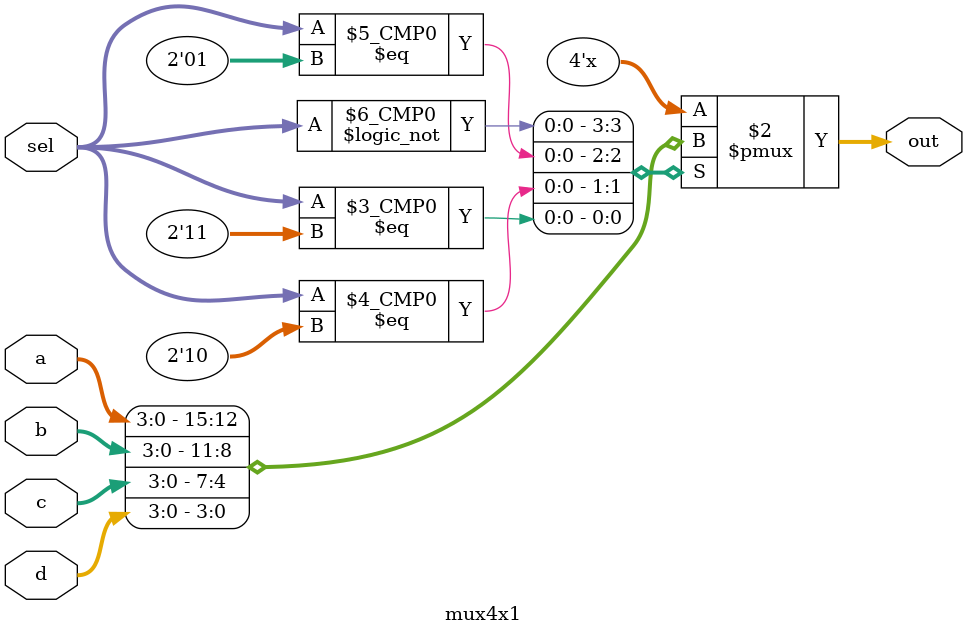
<source format=sv>
module mux4x1( 
    input [3:0] a,                 // 4-bit input called a
                       
    input [3:0] b,                 // 4-bit input called b
                       
    input [3:0] c,                 // 4-bit input called c
                       
    input [3:0] d,                 // 4-bit input called d
                       
    input [1:0] sel,               // input sel used to select between a,b,c,d
    output reg [3:0] out);         // 4-bit output based on input sel
                  
   always @ (a or b or c or d or sel) begin
      case (sel)
         2'b00 : out <= a;
         2'b01 : out <= b;
         2'b10 : out <= c;
         2'b11 : out <= d;
      endcase
   end
endmodule

</source>
